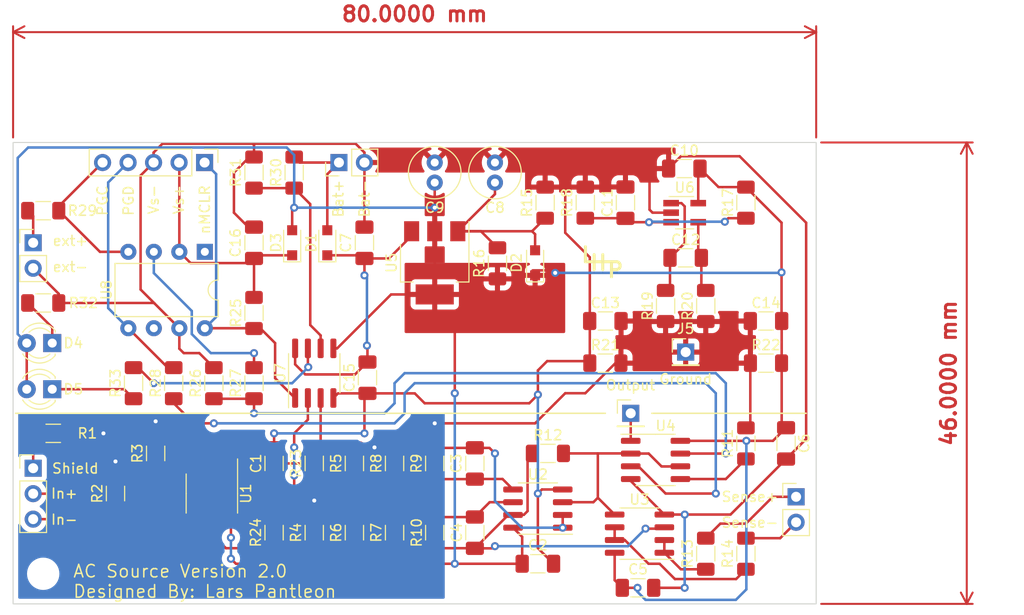
<source format=kicad_pcb>
(kicad_pcb (version 20211014) (generator pcbnew)

  (general
    (thickness 1.6)
  )

  (paper "A4")
  (layers
    (0 "F.Cu" signal)
    (31 "B.Cu" signal)
    (32 "B.Adhes" user "B.Adhesive")
    (33 "F.Adhes" user "F.Adhesive")
    (34 "B.Paste" user)
    (35 "F.Paste" user)
    (36 "B.SilkS" user "B.Silkscreen")
    (37 "F.SilkS" user "F.Silkscreen")
    (38 "B.Mask" user)
    (39 "F.Mask" user)
    (40 "Dwgs.User" user "User.Drawings")
    (41 "Cmts.User" user "User.Comments")
    (42 "Eco1.User" user "User.Eco1")
    (43 "Eco2.User" user "User.Eco2")
    (44 "Edge.Cuts" user)
    (45 "Margin" user)
    (46 "B.CrtYd" user "B.Courtyard")
    (47 "F.CrtYd" user "F.Courtyard")
    (48 "B.Fab" user)
    (49 "F.Fab" user)
    (50 "User.1" user)
    (51 "User.2" user)
    (52 "User.3" user)
    (53 "User.4" user)
    (54 "User.5" user)
    (55 "User.6" user)
    (56 "User.7" user)
    (57 "User.8" user)
    (58 "User.9" user)
  )

  (setup
    (stackup
      (layer "F.SilkS" (type "Top Silk Screen"))
      (layer "F.Paste" (type "Top Solder Paste"))
      (layer "F.Mask" (type "Top Solder Mask") (thickness 0.01))
      (layer "F.Cu" (type "copper") (thickness 0.035))
      (layer "dielectric 1" (type "core") (thickness 1.51) (material "FR4") (epsilon_r 4.5) (loss_tangent 0.02))
      (layer "B.Cu" (type "copper") (thickness 0.035))
      (layer "B.Mask" (type "Bottom Solder Mask") (thickness 0.01))
      (layer "B.Paste" (type "Bottom Solder Paste"))
      (layer "B.SilkS" (type "Bottom Silk Screen"))
      (copper_finish "None")
      (dielectric_constraints no)
    )
    (pad_to_mask_clearance 0)
    (pcbplotparams
      (layerselection 0x00010fc_ffffffff)
      (disableapertmacros false)
      (usegerberextensions false)
      (usegerberattributes true)
      (usegerberadvancedattributes true)
      (creategerberjobfile true)
      (svguseinch false)
      (svgprecision 6)
      (excludeedgelayer true)
      (plotframeref false)
      (viasonmask false)
      (mode 1)
      (useauxorigin false)
      (hpglpennumber 1)
      (hpglpenspeed 20)
      (hpglpendiameter 15.000000)
      (dxfpolygonmode true)
      (dxfimperialunits true)
      (dxfusepcbnewfont true)
      (psnegative false)
      (psa4output false)
      (plotreference true)
      (plotvalue true)
      (plotinvisibletext false)
      (sketchpadsonfab false)
      (subtractmaskfromsilk false)
      (outputformat 1)
      (mirror false)
      (drillshape 1)
      (scaleselection 1)
      (outputdirectory "")
    )
  )

  (net 0 "")
  (net 1 "+2,5 V")
  (net 2 "-2,5 V")
  (net 3 "Net-(C3-Pad1)")
  (net 4 "Net-(C3-Pad2)")
  (net 5 "Net-(C4-Pad1)")
  (net 6 "Earth")
  (net 7 "/Analog/Vset+")
  (net 8 "/Analog/Vset-")
  (net 9 "/Analog/Shield")
  (net 10 "/Analog/Vdiff-")
  (net 11 "/Analog/Vsense+")
  (net 12 "/Analog/Vsense-")
  (net 13 "/Power Supply/Vadj")
  (net 14 "/Analog/Vc2")
  (net 15 "/Analog/output")
  (net 16 "/Analog/Vc1")
  (net 17 "/Analog/HowOut")
  (net 18 "/Analog/inrush")
  (net 19 "/Analog/HowHigh")
  (net 20 "Vbat2+")
  (net 21 "Vbat+")
  (net 22 "Net-(D5-Pad1)")
  (net 23 "/Control/extCon")
  (net 24 "Net-(R14-Pad1)")
  (net 25 "/Control/VsMCU")
  (net 26 "Net-(J7-Pad1)")
  (net 27 "Net-(J7-Pad4)")
  (net 28 "Net-(J7-Pad5)")
  (net 29 "Net-(R13-Pad1)")
  (net 30 "Net-(D4-Pad1)")
  (net 31 "Net-(U8-Pad3)")
  (net 32 "Net-(R30-Pad2)")
  (net 33 "Net-(R33-Pad2)")
  (net 34 "Net-(C12-Pad1)")
  (net 35 "Net-(C12-Pad2)")
  (net 36 "Net-(C11-Pad1)")
  (net 37 "Net-(U7-Pad3)")
  (net 38 "Net-(U7-Pad2)")
  (net 39 "/Analog/Vdiff+")

  (footprint "Connector_PinHeader_2.54mm:PinHeader_1x02_P2.54mm_Vertical" (layer "F.Cu") (at 183 92.325))

  (footprint "Resistor_SMD:R_1206_3216Metric_Pad1.30x1.75mm_HandSolder" (layer "F.Cu") (at 143 95.9 90))

  (footprint "Capacitor_SMD:C_1206_3216Metric_Pad1.33x1.80mm_HandSolder" (layer "F.Cu") (at 180 74.8 180))

  (footprint "Resistor_SMD:R_1206_3216Metric_Pad1.30x1.75mm_HandSolder" (layer "F.Cu") (at 121 81 -90))

  (footprint "MountingHole:MountingHole_2.2mm_M2" (layer "F.Cu") (at 108 60))

  (footprint "Connector_PinHeader_2.54mm:PinHeader_1x05_P2.54mm_Vertical" (layer "F.Cu") (at 124.075 59 -90))

  (footprint "Package_TO_SOT_SMD:SOT-223-3_TabPin2" (layer "F.Cu") (at 147 69 -90))

  (footprint "Capacitor_SMD:C_1206_3216Metric_Pad1.33x1.80mm_HandSolder" (layer "F.Cu") (at 167.25 101.4))

  (footprint "Resistor_SMD:R_1206_3216Metric_Pad1.30x1.75mm_HandSolder" (layer "F.Cu") (at 129 81 90))

  (footprint "Capacitor_SMD:C_1206_3216Metric_Pad1.33x1.80mm_HandSolder" (layer "F.Cu") (at 182 87 -90))

  (footprint "Resistor_SMD:R_1206_3216Metric_Pad1.30x1.75mm_HandSolder" (layer "F.Cu") (at 178 87 90))

  (footprint "Capacitor_SMD:C_1206_3216Metric_Pad1.33x1.80mm_HandSolder" (layer "F.Cu") (at 164 74.8 180))

  (footprint "Package_SO:SOIC-8_3.9x4.9mm_P1.27mm" (layer "F.Cu") (at 169 88.65))

  (footprint "Resistor_SMD:R_1206_3216Metric_Pad1.30x1.75mm_HandSolder" (layer "F.Cu") (at 133 60 -90))

  (footprint "Package_SO:SOIC-8_3.9x4.9mm_P1.27mm" (layer "F.Cu") (at 135 80 90))

  (footprint "MountingHole:MountingHole_2.2mm_M2" (layer "F.Cu") (at 182 60))

  (footprint "Resistor_SMD:R_1206_3216Metric_Pad1.30x1.75mm_HandSolder" (layer "F.Cu") (at 139 95.9 90))

  (footprint "Capacitor_SMD:C_1206_3216Metric_Pad1.33x1.80mm_HandSolder" (layer "F.Cu") (at 166 63 90))

  (footprint "MountingHole:MountingHole_2.2mm_M2" (layer "F.Cu") (at 108 100))

  (footprint "Diode_SMD:D_SOD-323_HandSoldering" (layer "F.Cu") (at 136.3 67 90))

  (footprint "Resistor_SMD:R_1206_3216Metric_Pad1.30x1.75mm_HandSolder" (layer "F.Cu") (at 117 81 90))

  (footprint "Connector_PinHeader_2.54mm:PinHeader_1x02_P2.54mm_Vertical" (layer "F.Cu") (at 137.46 59 90))

  (footprint "Capacitor_SMD:C_1206_3216Metric_Pad1.33x1.80mm_HandSolder" (layer "F.Cu") (at 151 95.9 -90))

  (footprint "Capacitor_SMD:C_1206_3216Metric_Pad1.33x1.80mm_HandSolder" (layer "F.Cu") (at 172 68.5))

  (footprint "Connector_PinHeader_2.54mm:PinHeader_1x03_P2.54mm_Vertical" (layer "F.Cu") (at 107 89.475))

  (footprint "Resistor_SMD:R_1206_3216Metric_Pad1.30x1.75mm_HandSolder" (layer "F.Cu") (at 129 74 -90))

  (footprint "Resistor_SMD:R_1206_3216Metric_Pad1.30x1.75mm_HandSolder" (layer "F.Cu") (at 119.2 88 90))

  (footprint "Resistor_SMD:R_1206_3216Metric_Pad1.30x1.75mm_HandSolder" (layer "F.Cu") (at 170 73.3 -90))

  (footprint "Resistor_SMD:R_1206_3216Metric_Pad1.30x1.75mm_HandSolder" (layer "F.Cu") (at 180 79 180))

  (footprint "Capacitor_THT:C_Radial_D5.0mm_H11.0mm_P2.00mm" (layer "F.Cu") (at 147 61 90))

  (footprint "Resistor_SMD:R_1206_3216Metric_Pad1.30x1.75mm_HandSolder" (layer "F.Cu") (at 108 63.8 180))

  (footprint "Connector_PinHeader_2.54mm:PinHeader_1x02_P2.54mm_Vertical" (layer "F.Cu") (at 107 67))

  (footprint "Resistor_SMD:R_1206_3216Metric_Pad1.30x1.75mm_HandSolder" (layer "F.Cu") (at 178 63 -90))

  (footprint "Resistor_SMD:R_1206_3216Metric_Pad1.30x1.75mm_HandSolder" (layer "F.Cu") (at 135 89 90))

  (footprint "Resistor_SMD:R_1206_3216Metric_Pad1.30x1.75mm_HandSolder" (layer "F.Cu") (at 147 95.9 -90))

  (footprint "Capacitor_SMD:C_1206_3216Metric_Pad1.33x1.80mm_HandSolder" (layer "F.Cu") (at 151 89 90))

  (footprint "Resistor_SMD:R_1206_3216Metric_Pad1.30x1.75mm_HandSolder" (layer "F.Cu") (at 115.2 92 90))

  (footprint "Capacitor_SMD:C_1206_3216Metric_Pad1.33x1.80mm_HandSolder" (layer "F.Cu") (at 140 67 90))

  (footprint "Resistor_SMD:R_1206_3216Metric_Pad1.30x1.75mm_HandSolder" (layer "F.Cu") (at 162 63 90))

  (footprint "Resistor_SMD:R_1206_3216Metric_Pad1.30x1.75mm_HandSolder" (layer "F.Cu") (at 158.275 88))

  (footprint "Resistor_SMD:R_1206_3216Metric_Pad1.30x1.75mm_HandSolder" (layer "F.Cu") (at 129 60 90))

  (footprint "Package_SO:SOIC-8_3.9x4.9mm_P1.27mm" (layer "F.Cu") (at 167.4 96 180))

  (footprint "Package_TO_SOT_SMD:SOT-23-5_HandSoldering" (layer "F.Cu") (at 171.9 64))

  (footprint "Resistor_SMD:R_1206_3216Metric_Pad1.30x1.75mm_HandSolder" (layer "F.Cu") (at 108 73))

  (footprint "Package_SO:SOIC-8_3.9x4.9mm_P1.27mm" (layer "F.Cu") (at 124.8 92 -90))

  (footprint "Resistor_SMD:R_1206_3216Metric_Pad1.30x1.75mm_HandSolder" (layer "F.Cu") (at 158 63 90))

  (footprint "Resistor_SMD:R_1206_3216Metric_Pad1.30x1.75mm_HandSolder" (layer "F.Cu") (at 153.25 69.05 90))

  (footprint "Diode_SMD:D_SOD-323_HandSoldering" (layer "F.Cu") (at 157 69 90))

  (footprint "Diode_SMD:D_SOD-323_HandSoldering" (layer "F.Cu") (at 132.8 67 90))

  (footprint "Resistor_SMD:R_1206_3216Metric_Pad1.30x1.75mm_HandSolder" (layer "F.Cu") (at 178 98 90))

  (footprint "Resistor_SMD:R_1206_3216Metric_Pad1.30x1.75mm_HandSolder" (layer "F.Cu") (at 147 89 90))

  (footprint "Resistor_SMD:R_1206_3216Metric_Pad1.30x1.75mm_HandSolder" (layer "F.Cu") (at 174 73.3 90))

  (footprint "Resistor_SMD:R_1206_3216Metric_Pad1.30x1.75mm_HandSolder" (layer "F.Cu") (at 135 95.9 90))

  (footprint "Capacitor_SMD:C_1206_3216Metric_Pad1.33x1.80mm_HandSolder" (layer "F.Cu") (at 129 67 90))

  (footprint "Resistor_SMD:R_1206_3216Metric_Pad1.30x1.75mm_HandSolder" (layer "F.Cu") (at 139 89 90))

  (footprint "LED_THT:LED_D3.0mm" (layer "F.Cu") (at 108.9 77 180))

  (footprint "Connector_PinHeader_2.54mm:PinHeader_1x01_P2.54mm_Vertical" (layer "F.Cu") (at 166.525 84))

  (footprint "Resistor_SMD:R_1206_3216Metric_Pad1.30x1.75mm_HandSolder" (layer "F.Cu") (at 125 81 90))

  (footprint "Resistor_SMD:R_1206_3216Metric_Pad1.30x1.75mm_HandSolder" (layer "F.Cu") (at 109 86))

  (footprint "Resistor_SMD:R_1206_3216Metric_Pad1.30x1.75mm_HandSolder" (layer "F.Cu") (at 164 79 180))

  (footprint "MountingHole:MountingHole_2.2mm_M2" (layer "F.Cu") (at 182 100))

  (footprint "Capacitor_SMD:C_1206_3216Metric_Pad1.33x1.80mm_HandSolder" (layer "F.Cu") (at 131 89 90))

  (footprint "Package_DIP:DIP-8_W7.62mm" (layer "F.Cu")
    (tedit 5A02E8C5) (tstamp de207b5f-7a3e-4cbf-809e-21fcfa1ad4c0)
    (at 124.1 67.9 -90)
    (descr "8-lead though-hole mounted DIP package, row spacing 7.62 mm (300 mils)")
    (tags "THT DIP DIL PDIP 2.54mm 7.62mm 300mil")
    (property "Sheetfile" "Control.kicad_sch")
    (property "Sheetname" "Control")
    (path "/4626f215-c00e-4357-9774-5fae5a9e172c/de155afb-92d3-4f62-8392-39d40ab9a3cd")
    (attr through_hole)
    (fp_text reference "U8" (at 3.81 9.8 90) (layer "F.SilkS")
      (effects (font (size 1 1) (thickness 0.15)))
      (tstamp ebbef4cb-f8a4-4eae-804f-ab057ff3db52)
    )
    (fp_text value "PIC10F200-IP" (at 3.81 9.95 90) (layer "F.Fab")
      (effects (font (size 1 1) (thickness 0.15)))
      (tstamp 7a1d9175-3626-4d2a-8693-22939a1753cb)
    )
    (fp_text user "${REFERENCE}" (at 3.81 3.81 90) (layer "F.Fab")
      (effects (font (size 1 1) (thickness 0.15)))
      (tstamp 4c501432-e6bd-4644-8d8c-31a667970e92)
    )
    (fp_line (start 1.16 -1.33) (end 1.16 8.95) (layer "F.SilkS") (width 0.12) (tstamp 08b8dbcf-b888-4207-bb07-1ee3204b7a8f))
    (fp_line (start 1.16 8.95) (end 6.46 8.95) (layer "F.SilkS") (width 0.12) (tstamp 4e6d83db-5722-41b9-a6df-824081951bc6))
    (fp_line (start 6.46 -1.33) (end 4.81 -1.33) (layer "F.SilkS") (width 0.12) (tstamp 5999f29f-a5fa-48e2-b2e9-4a571860a795))
    (fp_line (start 6.46 8.95) (end 6.46 -1.33) (layer "F.SilkS") (width 0.12) (tstamp 809fb265-1fad-4f68-98ca-9ba59cdaa5af))
    (fp_line (start 2.81 -1.33) (end 1.16 -1.33) (layer "F.SilkS") (width 0.12) (tstamp 8a6f6ee8-7449-47d5-a5a0-cb7148d57909))
    (fp_arc (start 4.81 -1.33) (mid 3.81 -0.33) (end 2.81 -1.33) (layer "F.SilkS") (width 0.12) (tstamp 950d373c-c6b0-4e76-8b41-631d82935d83))
    (fp_line (start 8.7 -1.55) (end -1.1 -1.55) (layer "F.CrtYd") (width 0.05) (tstamp 26264497-caa7-4fe7-99bc-977153d29983))
    (fp_line (start -1.1 -1.55) (end -1.1 9.15) (layer "F.CrtYd") (width 0.05) (tstamp 3b7593ce-91f2-4970-9ae3-004641aedcc0))
    (fp_line (start 8.7 9.15) (end 8.7 -1.55) (layer "F.CrtYd") (width 0.05) (tstamp ad0f2407-7d8c-4917-b88b-622c32fa98d8))
    (fp_line (start -1.1 9.15) (end 8.7 9.15) (layer "F.CrtYd") (width 0.05) (tstamp e69311e8-7087-45be-9495-bb580f657302))
    (fp_line (start 0.635 -0.27) (end 1.635 -1.27) (la
... [156303 chars truncated]
</source>
